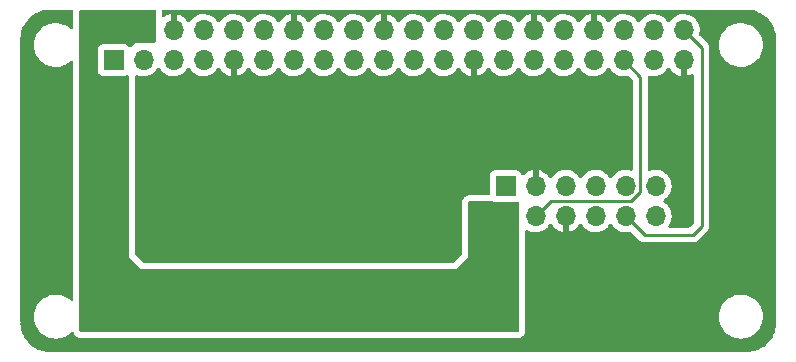
<source format=gbl>
G04 #@! TF.GenerationSoftware,KiCad,Pcbnew,(6.0.4)*
G04 #@! TF.CreationDate,2022-03-24T17:42:47+01:00*
G04 #@! TF.ProjectId,MT32pi-MiSTer,4d543332-7069-42d4-9d69-535465722e6b,rev?*
G04 #@! TF.SameCoordinates,Original*
G04 #@! TF.FileFunction,Copper,L2,Bot*
G04 #@! TF.FilePolarity,Positive*
%FSLAX46Y46*%
G04 Gerber Fmt 4.6, Leading zero omitted, Abs format (unit mm)*
G04 Created by KiCad (PCBNEW (6.0.4)) date 2022-03-24 17:42:47*
%MOMM*%
%LPD*%
G01*
G04 APERTURE LIST*
G04 #@! TA.AperFunction,ComponentPad*
%ADD10R,1.700000X1.700000*%
G04 #@! TD*
G04 #@! TA.AperFunction,ComponentPad*
%ADD11O,1.700000X1.700000*%
G04 #@! TD*
G04 #@! TA.AperFunction,ViaPad*
%ADD12C,0.800000*%
G04 #@! TD*
G04 #@! TA.AperFunction,Conductor*
%ADD13C,0.250000*%
G04 #@! TD*
G04 APERTURE END LIST*
D10*
X88400000Y-54790000D03*
D11*
X88400000Y-52250000D03*
X90940000Y-54790000D03*
X90940000Y-52250000D03*
X93480000Y-54790000D03*
X93480000Y-52250000D03*
X96020000Y-54790000D03*
X96020000Y-52250000D03*
X98560000Y-54790000D03*
X98560000Y-52250000D03*
X101100000Y-54790000D03*
X101100000Y-52250000D03*
X103640000Y-54790000D03*
X103640000Y-52250000D03*
X106180000Y-54790000D03*
X106180000Y-52250000D03*
X108720000Y-54790000D03*
X108720000Y-52250000D03*
X111260000Y-54790000D03*
X111260000Y-52250000D03*
X113800000Y-54790000D03*
X113800000Y-52250000D03*
X116340000Y-54790000D03*
X116340000Y-52250000D03*
X118880000Y-54790000D03*
X118880000Y-52250000D03*
X121420000Y-54790000D03*
X121420000Y-52250000D03*
X123960000Y-54790000D03*
X123960000Y-52250000D03*
X126500000Y-54790000D03*
X126500000Y-52250000D03*
X129040000Y-54790000D03*
X129040000Y-52250000D03*
X131580000Y-54790000D03*
X131580000Y-52250000D03*
X134120000Y-54790000D03*
X134120000Y-52250000D03*
X136660000Y-54790000D03*
X136660000Y-52250000D03*
D10*
X121580000Y-65450000D03*
D11*
X121580000Y-67990000D03*
X124120000Y-65450000D03*
X124120000Y-67990000D03*
X126660000Y-65450000D03*
X126660000Y-67990000D03*
X129200000Y-65450000D03*
X129200000Y-67990000D03*
X131740000Y-65450000D03*
X131740000Y-67990000D03*
X134280000Y-65450000D03*
X134280000Y-67990000D03*
D12*
X120100000Y-68450000D03*
X120100000Y-67550000D03*
X116000000Y-61700000D03*
X81000000Y-70000000D03*
X81000000Y-65000000D03*
X130000000Y-79000000D03*
X129200000Y-62900000D03*
X93900000Y-66700000D03*
X100000000Y-79000000D03*
X136900000Y-65100000D03*
X106000000Y-61700000D03*
X144000000Y-60000000D03*
X116000000Y-64100000D03*
X113900000Y-68600000D03*
X136900000Y-62100000D03*
X126200000Y-57000000D03*
X90000000Y-79000000D03*
X136200000Y-57000000D03*
X113900000Y-66700000D03*
X116200000Y-57000000D03*
X125000000Y-79000000D03*
X120000000Y-79000000D03*
X111200000Y-57000000D03*
X121200000Y-57000000D03*
X103900000Y-66700000D03*
X81000000Y-60000000D03*
X106000000Y-64100000D03*
X95000000Y-79000000D03*
X115000000Y-79000000D03*
X136900000Y-68100000D03*
X93900000Y-68600000D03*
X144000000Y-65000000D03*
X105000000Y-79000000D03*
X131200000Y-57000000D03*
X110000000Y-79000000D03*
X98600000Y-57000000D03*
X144000000Y-70000000D03*
X96000000Y-57000000D03*
X135000000Y-79000000D03*
X103900000Y-68600000D03*
X136900000Y-59100000D03*
X96000000Y-64100000D03*
X106200000Y-57000000D03*
D13*
X136660000Y-52250000D02*
X138176000Y-53766000D01*
X132207000Y-66675000D02*
X132969000Y-65913000D01*
X132969000Y-56179000D02*
X131580000Y-54790000D01*
X133346000Y-69596000D02*
X131740000Y-67990000D01*
X137414000Y-69596000D02*
X133346000Y-69596000D01*
X138176000Y-68834000D02*
X137414000Y-69596000D01*
X132969000Y-65913000D02*
X132969000Y-56179000D01*
X138176000Y-53766000D02*
X138176000Y-68834000D01*
X124120000Y-67990000D02*
X125435000Y-66675000D01*
X125435000Y-66675000D02*
X132207000Y-66675000D01*
G04 #@! TA.AperFunction,Conductor*
G36*
X84928621Y-50528502D02*
G01*
X84975114Y-50582158D01*
X84986500Y-50634500D01*
X84986500Y-52055120D01*
X84966498Y-52123241D01*
X84912842Y-52169734D01*
X84842568Y-52179838D01*
X84774488Y-52147195D01*
X84673535Y-52052890D01*
X84670191Y-52049766D01*
X84448584Y-51896032D01*
X84444501Y-51894001D01*
X84444498Y-51893999D01*
X84277063Y-51810702D01*
X84207106Y-51775899D01*
X84202772Y-51774478D01*
X84202769Y-51774477D01*
X83955147Y-51693302D01*
X83955141Y-51693301D01*
X83950814Y-51691882D01*
X83946322Y-51691102D01*
X83688860Y-51646399D01*
X83688852Y-51646398D01*
X83685079Y-51645743D01*
X83673817Y-51645182D01*
X83601422Y-51641578D01*
X83601414Y-51641578D01*
X83599851Y-51641500D01*
X83431488Y-51641500D01*
X83429220Y-51641665D01*
X83429208Y-51641665D01*
X83298116Y-51651177D01*
X83230996Y-51656047D01*
X83226541Y-51657031D01*
X83226538Y-51657031D01*
X82972088Y-51713209D01*
X82972084Y-51713210D01*
X82967628Y-51714194D01*
X82843014Y-51761406D01*
X82719682Y-51808132D01*
X82719679Y-51808133D01*
X82715412Y-51809750D01*
X82479632Y-51940714D01*
X82265227Y-52104343D01*
X82262034Y-52107609D01*
X82262032Y-52107611D01*
X82246753Y-52123241D01*
X82076688Y-52297208D01*
X81917966Y-52515270D01*
X81915844Y-52519304D01*
X81794510Y-52749921D01*
X81794507Y-52749927D01*
X81792385Y-52753961D01*
X81790865Y-52758266D01*
X81790863Y-52758270D01*
X81722422Y-52952077D01*
X81702575Y-53008280D01*
X81650419Y-53272900D01*
X81650192Y-53277453D01*
X81650192Y-53277456D01*
X81637561Y-53531195D01*
X81637009Y-53542277D01*
X81662625Y-53810769D01*
X81663710Y-53815203D01*
X81663711Y-53815209D01*
X81715880Y-54028405D01*
X81726731Y-54072750D01*
X81827985Y-54322733D01*
X81830294Y-54326676D01*
X81959525Y-54547386D01*
X81964265Y-54555482D01*
X81967118Y-54559049D01*
X82084686Y-54706060D01*
X82132716Y-54766119D01*
X82329809Y-54950234D01*
X82551416Y-55103968D01*
X82555499Y-55105999D01*
X82555502Y-55106001D01*
X82671013Y-55163466D01*
X82792894Y-55224101D01*
X82797228Y-55225522D01*
X82797231Y-55225523D01*
X83044853Y-55306698D01*
X83044859Y-55306699D01*
X83049186Y-55308118D01*
X83053677Y-55308898D01*
X83053678Y-55308898D01*
X83311140Y-55353601D01*
X83311148Y-55353602D01*
X83314921Y-55354257D01*
X83318758Y-55354448D01*
X83398578Y-55358422D01*
X83398586Y-55358422D01*
X83400149Y-55358500D01*
X83568512Y-55358500D01*
X83570780Y-55358335D01*
X83570792Y-55358335D01*
X83701884Y-55348823D01*
X83769004Y-55343953D01*
X83773459Y-55342969D01*
X83773462Y-55342969D01*
X84027912Y-55286791D01*
X84027916Y-55286790D01*
X84032372Y-55285806D01*
X84158480Y-55238028D01*
X84280318Y-55191868D01*
X84280321Y-55191867D01*
X84284588Y-55190250D01*
X84520368Y-55059286D01*
X84734773Y-54895657D01*
X84770401Y-54859211D01*
X84832323Y-54824483D01*
X84903191Y-54828745D01*
X84960506Y-54870644D01*
X84986069Y-54936879D01*
X84986500Y-54947292D01*
X84986500Y-75055120D01*
X84966498Y-75123241D01*
X84912842Y-75169734D01*
X84842568Y-75179838D01*
X84774488Y-75147195D01*
X84673535Y-75052890D01*
X84670191Y-75049766D01*
X84448584Y-74896032D01*
X84444501Y-74894001D01*
X84444498Y-74893999D01*
X84279606Y-74811967D01*
X84207106Y-74775899D01*
X84202772Y-74774478D01*
X84202769Y-74774477D01*
X83955147Y-74693302D01*
X83955141Y-74693301D01*
X83950814Y-74691882D01*
X83946322Y-74691102D01*
X83688860Y-74646399D01*
X83688852Y-74646398D01*
X83685079Y-74645743D01*
X83673817Y-74645182D01*
X83601422Y-74641578D01*
X83601414Y-74641578D01*
X83599851Y-74641500D01*
X83431488Y-74641500D01*
X83429220Y-74641665D01*
X83429208Y-74641665D01*
X83298116Y-74651177D01*
X83230996Y-74656047D01*
X83226541Y-74657031D01*
X83226538Y-74657031D01*
X82972088Y-74713209D01*
X82972084Y-74713210D01*
X82967628Y-74714194D01*
X82841520Y-74761972D01*
X82719682Y-74808132D01*
X82719679Y-74808133D01*
X82715412Y-74809750D01*
X82479632Y-74940714D01*
X82265227Y-75104343D01*
X82076688Y-75297208D01*
X81917966Y-75515270D01*
X81915844Y-75519304D01*
X81794510Y-75749921D01*
X81794507Y-75749927D01*
X81792385Y-75753961D01*
X81790865Y-75758266D01*
X81790863Y-75758270D01*
X81704098Y-76003967D01*
X81702575Y-76008280D01*
X81650419Y-76272900D01*
X81650192Y-76277453D01*
X81650192Y-76277456D01*
X81640991Y-76462292D01*
X81637009Y-76542277D01*
X81662625Y-76810769D01*
X81663710Y-76815203D01*
X81663711Y-76815209D01*
X81710811Y-77007690D01*
X81726731Y-77072750D01*
X81827985Y-77322733D01*
X81964265Y-77555482D01*
X81996872Y-77596255D01*
X82084686Y-77706060D01*
X82132716Y-77766119D01*
X82329809Y-77950234D01*
X82551416Y-78103968D01*
X82555499Y-78105999D01*
X82555502Y-78106001D01*
X82659740Y-78157858D01*
X82792894Y-78224101D01*
X82797228Y-78225522D01*
X82797231Y-78225523D01*
X83044853Y-78306698D01*
X83044859Y-78306699D01*
X83049186Y-78308118D01*
X83053677Y-78308898D01*
X83053678Y-78308898D01*
X83311140Y-78353601D01*
X83311148Y-78353602D01*
X83314921Y-78354257D01*
X83318758Y-78354448D01*
X83398578Y-78358422D01*
X83398586Y-78358422D01*
X83400149Y-78358500D01*
X83568512Y-78358500D01*
X83570780Y-78358335D01*
X83570792Y-78358335D01*
X83701884Y-78348823D01*
X83769004Y-78343953D01*
X83773459Y-78342969D01*
X83773462Y-78342969D01*
X84027912Y-78286791D01*
X84027916Y-78286790D01*
X84032372Y-78285806D01*
X84158480Y-78238028D01*
X84280318Y-78191868D01*
X84280321Y-78191867D01*
X84284588Y-78190250D01*
X84446453Y-78100342D01*
X84516375Y-78061504D01*
X84516376Y-78061503D01*
X84520368Y-78059286D01*
X84734773Y-77895657D01*
X84810338Y-77818358D01*
X84872261Y-77783629D01*
X84943129Y-77787891D01*
X85000444Y-77829790D01*
X85019989Y-77866646D01*
X85044290Y-77939657D01*
X85123308Y-78062612D01*
X85169801Y-78116268D01*
X85173194Y-78119208D01*
X85273450Y-78206081D01*
X85273453Y-78206083D01*
X85280261Y-78211982D01*
X85288459Y-78215726D01*
X85320062Y-78230159D01*
X85413210Y-78272698D01*
X85436964Y-78279673D01*
X85477008Y-78291431D01*
X85477012Y-78291432D01*
X85481331Y-78292700D01*
X85485780Y-78293340D01*
X85485786Y-78293341D01*
X85621553Y-78312861D01*
X85621558Y-78312861D01*
X85626000Y-78313500D01*
X122624000Y-78313500D01*
X122627346Y-78313140D01*
X122627351Y-78313140D01*
X122729785Y-78302128D01*
X122729792Y-78302127D01*
X122733149Y-78301766D01*
X122736450Y-78301048D01*
X122782210Y-78291094D01*
X122782215Y-78291093D01*
X122785491Y-78290380D01*
X122889657Y-78255710D01*
X123012612Y-78176692D01*
X123066268Y-78130199D01*
X123121888Y-78066010D01*
X123156081Y-78026550D01*
X123156083Y-78026547D01*
X123161982Y-78019739D01*
X123222698Y-77886790D01*
X123242700Y-77818669D01*
X123247126Y-77787891D01*
X123262861Y-77678447D01*
X123262861Y-77678442D01*
X123263500Y-77674000D01*
X123263500Y-76542277D01*
X139637009Y-76542277D01*
X139662625Y-76810769D01*
X139663710Y-76815203D01*
X139663711Y-76815209D01*
X139710811Y-77007690D01*
X139726731Y-77072750D01*
X139827985Y-77322733D01*
X139964265Y-77555482D01*
X139996872Y-77596255D01*
X140084686Y-77706060D01*
X140132716Y-77766119D01*
X140329809Y-77950234D01*
X140551416Y-78103968D01*
X140555499Y-78105999D01*
X140555502Y-78106001D01*
X140659740Y-78157858D01*
X140792894Y-78224101D01*
X140797228Y-78225522D01*
X140797231Y-78225523D01*
X141044853Y-78306698D01*
X141044859Y-78306699D01*
X141049186Y-78308118D01*
X141053677Y-78308898D01*
X141053678Y-78308898D01*
X141311140Y-78353601D01*
X141311148Y-78353602D01*
X141314921Y-78354257D01*
X141318758Y-78354448D01*
X141398578Y-78358422D01*
X141398586Y-78358422D01*
X141400149Y-78358500D01*
X141568512Y-78358500D01*
X141570780Y-78358335D01*
X141570792Y-78358335D01*
X141701884Y-78348823D01*
X141769004Y-78343953D01*
X141773459Y-78342969D01*
X141773462Y-78342969D01*
X142027912Y-78286791D01*
X142027916Y-78286790D01*
X142032372Y-78285806D01*
X142158480Y-78238028D01*
X142280318Y-78191868D01*
X142280321Y-78191867D01*
X142284588Y-78190250D01*
X142446453Y-78100342D01*
X142516375Y-78061504D01*
X142516376Y-78061503D01*
X142520368Y-78059286D01*
X142734773Y-77895657D01*
X142739860Y-77890454D01*
X142920117Y-77706060D01*
X142923312Y-77702792D01*
X143082034Y-77484730D01*
X143134521Y-77384969D01*
X143205490Y-77250079D01*
X143205493Y-77250073D01*
X143207615Y-77246039D01*
X143270378Y-77068312D01*
X143295902Y-76996033D01*
X143295902Y-76996032D01*
X143297425Y-76991720D01*
X143349581Y-76727100D01*
X143358782Y-76542277D01*
X143362764Y-76462292D01*
X143362764Y-76462286D01*
X143362991Y-76457723D01*
X143337375Y-76189231D01*
X143292042Y-76003967D01*
X143274355Y-75931688D01*
X143273269Y-75927250D01*
X143172015Y-75677267D01*
X143035735Y-75444518D01*
X142917928Y-75297208D01*
X142870136Y-75237447D01*
X142870135Y-75237445D01*
X142867284Y-75233881D01*
X142670191Y-75049766D01*
X142448584Y-74896032D01*
X142444501Y-74894001D01*
X142444498Y-74893999D01*
X142279606Y-74811967D01*
X142207106Y-74775899D01*
X142202772Y-74774478D01*
X142202769Y-74774477D01*
X141955147Y-74693302D01*
X141955141Y-74693301D01*
X141950814Y-74691882D01*
X141946322Y-74691102D01*
X141688860Y-74646399D01*
X141688852Y-74646398D01*
X141685079Y-74645743D01*
X141673817Y-74645182D01*
X141601422Y-74641578D01*
X141601414Y-74641578D01*
X141599851Y-74641500D01*
X141431488Y-74641500D01*
X141429220Y-74641665D01*
X141429208Y-74641665D01*
X141298116Y-74651177D01*
X141230996Y-74656047D01*
X141226541Y-74657031D01*
X141226538Y-74657031D01*
X140972088Y-74713209D01*
X140972084Y-74713210D01*
X140967628Y-74714194D01*
X140841520Y-74761972D01*
X140719682Y-74808132D01*
X140719679Y-74808133D01*
X140715412Y-74809750D01*
X140479632Y-74940714D01*
X140265227Y-75104343D01*
X140076688Y-75297208D01*
X139917966Y-75515270D01*
X139915844Y-75519304D01*
X139794510Y-75749921D01*
X139794507Y-75749927D01*
X139792385Y-75753961D01*
X139790865Y-75758266D01*
X139790863Y-75758270D01*
X139704098Y-76003967D01*
X139702575Y-76008280D01*
X139650419Y-76272900D01*
X139650192Y-76277453D01*
X139650192Y-76277456D01*
X139640991Y-76462292D01*
X139637009Y-76542277D01*
X123263500Y-76542277D01*
X123263500Y-69282588D01*
X123283502Y-69214467D01*
X123337158Y-69167974D01*
X123407432Y-69157870D01*
X123453070Y-69173800D01*
X123526538Y-69216731D01*
X123526542Y-69216733D01*
X123531000Y-69219338D01*
X123739692Y-69299030D01*
X123744760Y-69300061D01*
X123744763Y-69300062D01*
X123839862Y-69319410D01*
X123958597Y-69343567D01*
X123963772Y-69343757D01*
X123963774Y-69343757D01*
X124176673Y-69351564D01*
X124176677Y-69351564D01*
X124181837Y-69351753D01*
X124186957Y-69351097D01*
X124186959Y-69351097D01*
X124398288Y-69324025D01*
X124398289Y-69324025D01*
X124403416Y-69323368D01*
X124408366Y-69321883D01*
X124612429Y-69260661D01*
X124612434Y-69260659D01*
X124617384Y-69259174D01*
X124817994Y-69160896D01*
X124999860Y-69031173D01*
X125062777Y-68968476D01*
X125142689Y-68888842D01*
X125158096Y-68873489D01*
X125288453Y-68692077D01*
X125289640Y-68692930D01*
X125336960Y-68649362D01*
X125406897Y-68637145D01*
X125472338Y-68664678D01*
X125500166Y-68696511D01*
X125557694Y-68790388D01*
X125563777Y-68798699D01*
X125703213Y-68959667D01*
X125710580Y-68966883D01*
X125874434Y-69102916D01*
X125882881Y-69108831D01*
X126066756Y-69216279D01*
X126076042Y-69220729D01*
X126275001Y-69296703D01*
X126284899Y-69299579D01*
X126388250Y-69320606D01*
X126402299Y-69319410D01*
X126406000Y-69309065D01*
X126406000Y-67862000D01*
X126426002Y-67793879D01*
X126479658Y-67747386D01*
X126532000Y-67736000D01*
X126788000Y-67736000D01*
X126856121Y-67756002D01*
X126902614Y-67809658D01*
X126914000Y-67862000D01*
X126914000Y-69308517D01*
X126918064Y-69322359D01*
X126931478Y-69324393D01*
X126938184Y-69323534D01*
X126948262Y-69321392D01*
X127152255Y-69260191D01*
X127161842Y-69256433D01*
X127353095Y-69162739D01*
X127361945Y-69157464D01*
X127535328Y-69033792D01*
X127543200Y-69027139D01*
X127694052Y-68876812D01*
X127700730Y-68868965D01*
X127828022Y-68691819D01*
X127829279Y-68692722D01*
X127876373Y-68649362D01*
X127946311Y-68637145D01*
X128011751Y-68664678D01*
X128039579Y-68696511D01*
X128099987Y-68795088D01*
X128246250Y-68963938D01*
X128418126Y-69106632D01*
X128611000Y-69219338D01*
X128819692Y-69299030D01*
X128824760Y-69300061D01*
X128824763Y-69300062D01*
X128919862Y-69319410D01*
X129038597Y-69343567D01*
X129043772Y-69343757D01*
X129043774Y-69343757D01*
X129256673Y-69351564D01*
X129256677Y-69351564D01*
X129261837Y-69351753D01*
X129266957Y-69351097D01*
X129266959Y-69351097D01*
X129478288Y-69324025D01*
X129478289Y-69324025D01*
X129483416Y-69323368D01*
X129488366Y-69321883D01*
X129692429Y-69260661D01*
X129692434Y-69260659D01*
X129697384Y-69259174D01*
X129897994Y-69160896D01*
X130079860Y-69031173D01*
X130142777Y-68968476D01*
X130222689Y-68888842D01*
X130238096Y-68873489D01*
X130368453Y-68692077D01*
X130369776Y-68693028D01*
X130416645Y-68649857D01*
X130486580Y-68637625D01*
X130552026Y-68665144D01*
X130579875Y-68696994D01*
X130639987Y-68795088D01*
X130786250Y-68963938D01*
X130958126Y-69106632D01*
X131151000Y-69219338D01*
X131359692Y-69299030D01*
X131364760Y-69300061D01*
X131364763Y-69300062D01*
X131459862Y-69319410D01*
X131578597Y-69343567D01*
X131583772Y-69343757D01*
X131583774Y-69343757D01*
X131796673Y-69351564D01*
X131796677Y-69351564D01*
X131801837Y-69351753D01*
X131806957Y-69351097D01*
X131806959Y-69351097D01*
X132018288Y-69324025D01*
X132018289Y-69324025D01*
X132023416Y-69323368D01*
X132030003Y-69321392D01*
X132069827Y-69309444D01*
X132140823Y-69309028D01*
X132195131Y-69341035D01*
X132842353Y-69988258D01*
X132849887Y-69996537D01*
X132854000Y-70003018D01*
X132875096Y-70022828D01*
X132903651Y-70049643D01*
X132906493Y-70052398D01*
X132926230Y-70072135D01*
X132929427Y-70074615D01*
X132938447Y-70082318D01*
X132970679Y-70112586D01*
X132977625Y-70116405D01*
X132977628Y-70116407D01*
X132988434Y-70122348D01*
X133004953Y-70133199D01*
X133020959Y-70145614D01*
X133028228Y-70148759D01*
X133028232Y-70148762D01*
X133061537Y-70163174D01*
X133072187Y-70168391D01*
X133110940Y-70189695D01*
X133118615Y-70191666D01*
X133118616Y-70191666D01*
X133130562Y-70194733D01*
X133149267Y-70201137D01*
X133167855Y-70209181D01*
X133175678Y-70210420D01*
X133175688Y-70210423D01*
X133211524Y-70216099D01*
X133223144Y-70218505D01*
X133254959Y-70226673D01*
X133265970Y-70229500D01*
X133286224Y-70229500D01*
X133305934Y-70231051D01*
X133325943Y-70234220D01*
X133333835Y-70233474D01*
X133352580Y-70231702D01*
X133369962Y-70230059D01*
X133381819Y-70229500D01*
X137335233Y-70229500D01*
X137346416Y-70230027D01*
X137353909Y-70231702D01*
X137361835Y-70231453D01*
X137361836Y-70231453D01*
X137421986Y-70229562D01*
X137425945Y-70229500D01*
X137453856Y-70229500D01*
X137457791Y-70229003D01*
X137457856Y-70228995D01*
X137469693Y-70228062D01*
X137501951Y-70227048D01*
X137505970Y-70226922D01*
X137513889Y-70226673D01*
X137533343Y-70221021D01*
X137552700Y-70217013D01*
X137564930Y-70215468D01*
X137564931Y-70215468D01*
X137572797Y-70214474D01*
X137580168Y-70211555D01*
X137580170Y-70211555D01*
X137613912Y-70198196D01*
X137625142Y-70194351D01*
X137659983Y-70184229D01*
X137659984Y-70184229D01*
X137667593Y-70182018D01*
X137674412Y-70177985D01*
X137674417Y-70177983D01*
X137685028Y-70171707D01*
X137702776Y-70163012D01*
X137721617Y-70155552D01*
X137757387Y-70129564D01*
X137767307Y-70123048D01*
X137798535Y-70104580D01*
X137798538Y-70104578D01*
X137805362Y-70100542D01*
X137819683Y-70086221D01*
X137834717Y-70073380D01*
X137844693Y-70066132D01*
X137851107Y-70061472D01*
X137879288Y-70027407D01*
X137887278Y-70018626D01*
X138568258Y-69337647D01*
X138576537Y-69330113D01*
X138583018Y-69326000D01*
X138629644Y-69276348D01*
X138632398Y-69273507D01*
X138652135Y-69253770D01*
X138654615Y-69250573D01*
X138662320Y-69241551D01*
X138683179Y-69219338D01*
X138692586Y-69209321D01*
X138696405Y-69202375D01*
X138696407Y-69202372D01*
X138702348Y-69191566D01*
X138713199Y-69175047D01*
X138720758Y-69165301D01*
X138725614Y-69159041D01*
X138728759Y-69151772D01*
X138728762Y-69151768D01*
X138743174Y-69118463D01*
X138748391Y-69107813D01*
X138769695Y-69069060D01*
X138774733Y-69049437D01*
X138781137Y-69030734D01*
X138786033Y-69019420D01*
X138786033Y-69019419D01*
X138789181Y-69012145D01*
X138790420Y-69004322D01*
X138790423Y-69004312D01*
X138796099Y-68968476D01*
X138798505Y-68956856D01*
X138807528Y-68921711D01*
X138807528Y-68921710D01*
X138809500Y-68914030D01*
X138809500Y-68893776D01*
X138811051Y-68874065D01*
X138812980Y-68861886D01*
X138814220Y-68854057D01*
X138810059Y-68810038D01*
X138809500Y-68798181D01*
X138809500Y-53844768D01*
X138810027Y-53833585D01*
X138811702Y-53826092D01*
X138811221Y-53810769D01*
X138809562Y-53758002D01*
X138809500Y-53754044D01*
X138809500Y-53726144D01*
X138808996Y-53722153D01*
X138808063Y-53710311D01*
X138807007Y-53676692D01*
X138806674Y-53666111D01*
X138804462Y-53658497D01*
X138804461Y-53658492D01*
X138801023Y-53646659D01*
X138797012Y-53627295D01*
X138795467Y-53615064D01*
X138794474Y-53607203D01*
X138791557Y-53599836D01*
X138791556Y-53599831D01*
X138778198Y-53566092D01*
X138774354Y-53554865D01*
X138771964Y-53546638D01*
X138770697Y-53542277D01*
X139637009Y-53542277D01*
X139662625Y-53810769D01*
X139663710Y-53815203D01*
X139663711Y-53815209D01*
X139715880Y-54028405D01*
X139726731Y-54072750D01*
X139827985Y-54322733D01*
X139830294Y-54326676D01*
X139959525Y-54547386D01*
X139964265Y-54555482D01*
X139967118Y-54559049D01*
X140084686Y-54706060D01*
X140132716Y-54766119D01*
X140329809Y-54950234D01*
X140551416Y-55103968D01*
X140555499Y-55105999D01*
X140555502Y-55106001D01*
X140671013Y-55163466D01*
X140792894Y-55224101D01*
X140797228Y-55225522D01*
X140797231Y-55225523D01*
X141044853Y-55306698D01*
X141044859Y-55306699D01*
X141049186Y-55308118D01*
X141053677Y-55308898D01*
X141053678Y-55308898D01*
X141311140Y-55353601D01*
X141311148Y-55353602D01*
X141314921Y-55354257D01*
X141318758Y-55354448D01*
X141398578Y-55358422D01*
X141398586Y-55358422D01*
X141400149Y-55358500D01*
X141568512Y-55358500D01*
X141570780Y-55358335D01*
X141570792Y-55358335D01*
X141701884Y-55348823D01*
X141769004Y-55343953D01*
X141773459Y-55342969D01*
X141773462Y-55342969D01*
X142027912Y-55286791D01*
X142027916Y-55286790D01*
X142032372Y-55285806D01*
X142158480Y-55238028D01*
X142280318Y-55191868D01*
X142280321Y-55191867D01*
X142284588Y-55190250D01*
X142520368Y-55059286D01*
X142734773Y-54895657D01*
X142923312Y-54702792D01*
X143082034Y-54484730D01*
X143165190Y-54326676D01*
X143205490Y-54250079D01*
X143205493Y-54250073D01*
X143207615Y-54246039D01*
X143243918Y-54143240D01*
X143295902Y-53996033D01*
X143295902Y-53996032D01*
X143297425Y-53991720D01*
X143328128Y-53835943D01*
X143348700Y-53731572D01*
X143348701Y-53731566D01*
X143349581Y-53727100D01*
X143349808Y-53722544D01*
X143362764Y-53462292D01*
X143362764Y-53462286D01*
X143362991Y-53457723D01*
X143337375Y-53189231D01*
X143324549Y-53136812D01*
X143274355Y-52931688D01*
X143273269Y-52927250D01*
X143172015Y-52677267D01*
X143063896Y-52492614D01*
X143038045Y-52448463D01*
X143038044Y-52448462D01*
X143035735Y-52444518D01*
X142917928Y-52297208D01*
X142870136Y-52237447D01*
X142870135Y-52237445D01*
X142867284Y-52233881D01*
X142670191Y-52049766D01*
X142448584Y-51896032D01*
X142444501Y-51894001D01*
X142444498Y-51893999D01*
X142277063Y-51810702D01*
X142207106Y-51775899D01*
X142202772Y-51774478D01*
X142202769Y-51774477D01*
X141955147Y-51693302D01*
X141955141Y-51693301D01*
X141950814Y-51691882D01*
X141946322Y-51691102D01*
X141688860Y-51646399D01*
X141688852Y-51646398D01*
X141685079Y-51645743D01*
X141673817Y-51645182D01*
X141601422Y-51641578D01*
X141601414Y-51641578D01*
X141599851Y-51641500D01*
X141431488Y-51641500D01*
X141429220Y-51641665D01*
X141429208Y-51641665D01*
X141298116Y-51651177D01*
X141230996Y-51656047D01*
X141226541Y-51657031D01*
X141226538Y-51657031D01*
X140972088Y-51713209D01*
X140972084Y-51713210D01*
X140967628Y-51714194D01*
X140843014Y-51761406D01*
X140719682Y-51808132D01*
X140719679Y-51808133D01*
X140715412Y-51809750D01*
X140479632Y-51940714D01*
X140265227Y-52104343D01*
X140262034Y-52107609D01*
X140262032Y-52107611D01*
X140246753Y-52123241D01*
X140076688Y-52297208D01*
X139917966Y-52515270D01*
X139915844Y-52519304D01*
X139794510Y-52749921D01*
X139794507Y-52749927D01*
X139792385Y-52753961D01*
X139790865Y-52758266D01*
X139790863Y-52758270D01*
X139722422Y-52952077D01*
X139702575Y-53008280D01*
X139650419Y-53272900D01*
X139650192Y-53277453D01*
X139650192Y-53277456D01*
X139637561Y-53531195D01*
X139637009Y-53542277D01*
X138770697Y-53542277D01*
X138762018Y-53512407D01*
X138751707Y-53494972D01*
X138743012Y-53477224D01*
X138735552Y-53458383D01*
X138726439Y-53445839D01*
X138709564Y-53422613D01*
X138703048Y-53412693D01*
X138684580Y-53381465D01*
X138684578Y-53381462D01*
X138680542Y-53374638D01*
X138666221Y-53360317D01*
X138653380Y-53345283D01*
X138646131Y-53335306D01*
X138641472Y-53328893D01*
X138635368Y-53323843D01*
X138635363Y-53323838D01*
X138607402Y-53300707D01*
X138598621Y-53292717D01*
X138011217Y-52705312D01*
X137977192Y-52643000D01*
X137979755Y-52579590D01*
X137992370Y-52538069D01*
X138021529Y-52316590D01*
X138021611Y-52313240D01*
X138023074Y-52253365D01*
X138023074Y-52253361D01*
X138023156Y-52250000D01*
X138004852Y-52027361D01*
X137950431Y-51810702D01*
X137861354Y-51605840D01*
X137740014Y-51418277D01*
X137589670Y-51253051D01*
X137585619Y-51249852D01*
X137585615Y-51249848D01*
X137418414Y-51117800D01*
X137418410Y-51117798D01*
X137414359Y-51114598D01*
X137378028Y-51094542D01*
X137294497Y-51048431D01*
X137218789Y-51006638D01*
X137213920Y-51004914D01*
X137213916Y-51004912D01*
X137013087Y-50933795D01*
X137013083Y-50933794D01*
X137008212Y-50932069D01*
X137003119Y-50931162D01*
X137003116Y-50931161D01*
X136793373Y-50893800D01*
X136793367Y-50893799D01*
X136788284Y-50892894D01*
X136714452Y-50891992D01*
X136570081Y-50890228D01*
X136570079Y-50890228D01*
X136564911Y-50890165D01*
X136344091Y-50923955D01*
X136131756Y-50993357D01*
X135933607Y-51096507D01*
X135929474Y-51099610D01*
X135929471Y-51099612D01*
X135759100Y-51227530D01*
X135754965Y-51230635D01*
X135751393Y-51234373D01*
X135648122Y-51342440D01*
X135600629Y-51392138D01*
X135493201Y-51549621D01*
X135438293Y-51594621D01*
X135367768Y-51602792D01*
X135304021Y-51571538D01*
X135283324Y-51547054D01*
X135202822Y-51422617D01*
X135202820Y-51422614D01*
X135200014Y-51418277D01*
X135049670Y-51253051D01*
X135045619Y-51249852D01*
X135045615Y-51249848D01*
X134878414Y-51117800D01*
X134878410Y-51117798D01*
X134874359Y-51114598D01*
X134838028Y-51094542D01*
X134754497Y-51048431D01*
X134678789Y-51006638D01*
X134673920Y-51004914D01*
X134673916Y-51004912D01*
X134473087Y-50933795D01*
X134473083Y-50933794D01*
X134468212Y-50932069D01*
X134463119Y-50931162D01*
X134463116Y-50931161D01*
X134253373Y-50893800D01*
X134253367Y-50893799D01*
X134248284Y-50892894D01*
X134174452Y-50891992D01*
X134030081Y-50890228D01*
X134030079Y-50890228D01*
X134024911Y-50890165D01*
X133804091Y-50923955D01*
X133591756Y-50993357D01*
X133393607Y-51096507D01*
X133389474Y-51099610D01*
X133389471Y-51099612D01*
X133219100Y-51227530D01*
X133214965Y-51230635D01*
X133211393Y-51234373D01*
X133108122Y-51342440D01*
X133060629Y-51392138D01*
X132953201Y-51549621D01*
X132898293Y-51594621D01*
X132827768Y-51602792D01*
X132764021Y-51571538D01*
X132743324Y-51547054D01*
X132662822Y-51422617D01*
X132662820Y-51422614D01*
X132660014Y-51418277D01*
X132509670Y-51253051D01*
X132505619Y-51249852D01*
X132505615Y-51249848D01*
X132338414Y-51117800D01*
X132338410Y-51117798D01*
X132334359Y-51114598D01*
X132298028Y-51094542D01*
X132214497Y-51048431D01*
X132138789Y-51006638D01*
X132133920Y-51004914D01*
X132133916Y-51004912D01*
X131933087Y-50933795D01*
X131933083Y-50933794D01*
X131928212Y-50932069D01*
X131923119Y-50931162D01*
X131923116Y-50931161D01*
X131713373Y-50893800D01*
X131713367Y-50893799D01*
X131708284Y-50892894D01*
X131634452Y-50891992D01*
X131490081Y-50890228D01*
X131490079Y-50890228D01*
X131484911Y-50890165D01*
X131264091Y-50923955D01*
X131051756Y-50993357D01*
X130853607Y-51096507D01*
X130849474Y-51099610D01*
X130849471Y-51099612D01*
X130679100Y-51227530D01*
X130674965Y-51230635D01*
X130671393Y-51234373D01*
X130568122Y-51342440D01*
X130520629Y-51392138D01*
X130413204Y-51549618D01*
X130412898Y-51550066D01*
X130357987Y-51595069D01*
X130287462Y-51603240D01*
X130223715Y-51571986D01*
X130203018Y-51547502D01*
X130122426Y-51422926D01*
X130116136Y-51414757D01*
X129972806Y-51257240D01*
X129965273Y-51250215D01*
X129798139Y-51118222D01*
X129789552Y-51112517D01*
X129603117Y-51009599D01*
X129593705Y-51005369D01*
X129392959Y-50934280D01*
X129382988Y-50931646D01*
X129311837Y-50918972D01*
X129298540Y-50920432D01*
X129294000Y-50934989D01*
X129294000Y-52378000D01*
X129273998Y-52446121D01*
X129220342Y-52492614D01*
X129168000Y-52504000D01*
X128912000Y-52504000D01*
X128843879Y-52483998D01*
X128797386Y-52430342D01*
X128786000Y-52378000D01*
X128786000Y-50933102D01*
X128782082Y-50919758D01*
X128767806Y-50917771D01*
X128729324Y-50923660D01*
X128719288Y-50926051D01*
X128516868Y-50992212D01*
X128507359Y-50996209D01*
X128318463Y-51094542D01*
X128309738Y-51100036D01*
X128139433Y-51227905D01*
X128131726Y-51234748D01*
X127984590Y-51388717D01*
X127978109Y-51396722D01*
X127873498Y-51550074D01*
X127818587Y-51595076D01*
X127748062Y-51603247D01*
X127684315Y-51571993D01*
X127663618Y-51547509D01*
X127582822Y-51422617D01*
X127582820Y-51422614D01*
X127580014Y-51418277D01*
X127429670Y-51253051D01*
X127425619Y-51249852D01*
X127425615Y-51249848D01*
X127258414Y-51117800D01*
X127258410Y-51117798D01*
X127254359Y-51114598D01*
X127218028Y-51094542D01*
X127134497Y-51048431D01*
X127058789Y-51006638D01*
X127053920Y-51004914D01*
X127053916Y-51004912D01*
X126853087Y-50933795D01*
X126853083Y-50933794D01*
X126848212Y-50932069D01*
X126843119Y-50931162D01*
X126843116Y-50931161D01*
X126633373Y-50893800D01*
X126633367Y-50893799D01*
X126628284Y-50892894D01*
X126554452Y-50891992D01*
X126410081Y-50890228D01*
X126410079Y-50890228D01*
X126404911Y-50890165D01*
X126184091Y-50923955D01*
X125971756Y-50993357D01*
X125773607Y-51096507D01*
X125769474Y-51099610D01*
X125769471Y-51099612D01*
X125599100Y-51227530D01*
X125594965Y-51230635D01*
X125591393Y-51234373D01*
X125488122Y-51342440D01*
X125440629Y-51392138D01*
X125333204Y-51549618D01*
X125332898Y-51550066D01*
X125277987Y-51595069D01*
X125207462Y-51603240D01*
X125143715Y-51571986D01*
X125123018Y-51547502D01*
X125042426Y-51422926D01*
X125036136Y-51414757D01*
X124892806Y-51257240D01*
X124885273Y-51250215D01*
X124718139Y-51118222D01*
X124709552Y-51112517D01*
X124523117Y-51009599D01*
X124513705Y-51005369D01*
X124312959Y-50934280D01*
X124302988Y-50931646D01*
X124231837Y-50918972D01*
X124218540Y-50920432D01*
X124214000Y-50934989D01*
X124214000Y-52378000D01*
X124193998Y-52446121D01*
X124140342Y-52492614D01*
X124088000Y-52504000D01*
X123832000Y-52504000D01*
X123763879Y-52483998D01*
X123717386Y-52430342D01*
X123706000Y-52378000D01*
X123706000Y-50933102D01*
X123702082Y-50919758D01*
X123687806Y-50917771D01*
X123649324Y-50923660D01*
X123639288Y-50926051D01*
X123436868Y-50992212D01*
X123427359Y-50996209D01*
X123238463Y-51094542D01*
X123229738Y-51100036D01*
X123059433Y-51227905D01*
X123051726Y-51234748D01*
X122904590Y-51388717D01*
X122898109Y-51396722D01*
X122793498Y-51550074D01*
X122738587Y-51595076D01*
X122668062Y-51603247D01*
X122604315Y-51571993D01*
X122583618Y-51547509D01*
X122502822Y-51422617D01*
X122502820Y-51422614D01*
X122500014Y-51418277D01*
X122349670Y-51253051D01*
X122345619Y-51249852D01*
X122345615Y-51249848D01*
X122178414Y-51117800D01*
X122178410Y-51117798D01*
X122174359Y-51114598D01*
X122138028Y-51094542D01*
X122054497Y-51048431D01*
X121978789Y-51006638D01*
X121973920Y-51004914D01*
X121973916Y-51004912D01*
X121773087Y-50933795D01*
X121773083Y-50933794D01*
X121768212Y-50932069D01*
X121763119Y-50931162D01*
X121763116Y-50931161D01*
X121553373Y-50893800D01*
X121553367Y-50893799D01*
X121548284Y-50892894D01*
X121474452Y-50891992D01*
X121330081Y-50890228D01*
X121330079Y-50890228D01*
X121324911Y-50890165D01*
X121104091Y-50923955D01*
X120891756Y-50993357D01*
X120693607Y-51096507D01*
X120689474Y-51099610D01*
X120689471Y-51099612D01*
X120519100Y-51227530D01*
X120514965Y-51230635D01*
X120511393Y-51234373D01*
X120408122Y-51342440D01*
X120360629Y-51392138D01*
X120253201Y-51549621D01*
X120198293Y-51594621D01*
X120127768Y-51602792D01*
X120064021Y-51571538D01*
X120043324Y-51547054D01*
X119962822Y-51422617D01*
X119962820Y-51422614D01*
X119960014Y-51418277D01*
X119809670Y-51253051D01*
X119805619Y-51249852D01*
X119805615Y-51249848D01*
X119638414Y-51117800D01*
X119638410Y-51117798D01*
X119634359Y-51114598D01*
X119598028Y-51094542D01*
X119514497Y-51048431D01*
X119438789Y-51006638D01*
X119433920Y-51004914D01*
X119433916Y-51004912D01*
X119233087Y-50933795D01*
X119233083Y-50933794D01*
X119228212Y-50932069D01*
X119223119Y-50931162D01*
X119223116Y-50931161D01*
X119013373Y-50893800D01*
X119013367Y-50893799D01*
X119008284Y-50892894D01*
X118934452Y-50891992D01*
X118790081Y-50890228D01*
X118790079Y-50890228D01*
X118784911Y-50890165D01*
X118564091Y-50923955D01*
X118351756Y-50993357D01*
X118153607Y-51096507D01*
X118149474Y-51099610D01*
X118149471Y-51099612D01*
X117979100Y-51227530D01*
X117974965Y-51230635D01*
X117971393Y-51234373D01*
X117868122Y-51342440D01*
X117820629Y-51392138D01*
X117713201Y-51549621D01*
X117658293Y-51594621D01*
X117587768Y-51602792D01*
X117524021Y-51571538D01*
X117503324Y-51547054D01*
X117422822Y-51422617D01*
X117422820Y-51422614D01*
X117420014Y-51418277D01*
X117269670Y-51253051D01*
X117265619Y-51249852D01*
X117265615Y-51249848D01*
X117098414Y-51117800D01*
X117098410Y-51117798D01*
X117094359Y-51114598D01*
X117058028Y-51094542D01*
X116974497Y-51048431D01*
X116898789Y-51006638D01*
X116893920Y-51004914D01*
X116893916Y-51004912D01*
X116693087Y-50933795D01*
X116693083Y-50933794D01*
X116688212Y-50932069D01*
X116683119Y-50931162D01*
X116683116Y-50931161D01*
X116473373Y-50893800D01*
X116473367Y-50893799D01*
X116468284Y-50892894D01*
X116394452Y-50891992D01*
X116250081Y-50890228D01*
X116250079Y-50890228D01*
X116244911Y-50890165D01*
X116024091Y-50923955D01*
X115811756Y-50993357D01*
X115613607Y-51096507D01*
X115609474Y-51099610D01*
X115609471Y-51099612D01*
X115439100Y-51227530D01*
X115434965Y-51230635D01*
X115431393Y-51234373D01*
X115328122Y-51342440D01*
X115280629Y-51392138D01*
X115173201Y-51549621D01*
X115118293Y-51594621D01*
X115047768Y-51602792D01*
X114984021Y-51571538D01*
X114963324Y-51547054D01*
X114882822Y-51422617D01*
X114882820Y-51422614D01*
X114880014Y-51418277D01*
X114729670Y-51253051D01*
X114725619Y-51249852D01*
X114725615Y-51249848D01*
X114558414Y-51117800D01*
X114558410Y-51117798D01*
X114554359Y-51114598D01*
X114518028Y-51094542D01*
X114434497Y-51048431D01*
X114358789Y-51006638D01*
X114353920Y-51004914D01*
X114353916Y-51004912D01*
X114153087Y-50933795D01*
X114153083Y-50933794D01*
X114148212Y-50932069D01*
X114143119Y-50931162D01*
X114143116Y-50931161D01*
X113933373Y-50893800D01*
X113933367Y-50893799D01*
X113928284Y-50892894D01*
X113854452Y-50891992D01*
X113710081Y-50890228D01*
X113710079Y-50890228D01*
X113704911Y-50890165D01*
X113484091Y-50923955D01*
X113271756Y-50993357D01*
X113073607Y-51096507D01*
X113069474Y-51099610D01*
X113069471Y-51099612D01*
X112899100Y-51227530D01*
X112894965Y-51230635D01*
X112891393Y-51234373D01*
X112788122Y-51342440D01*
X112740629Y-51392138D01*
X112633204Y-51549618D01*
X112632898Y-51550066D01*
X112577987Y-51595069D01*
X112507462Y-51603240D01*
X112443715Y-51571986D01*
X112423018Y-51547502D01*
X112342426Y-51422926D01*
X112336136Y-51414757D01*
X112192806Y-51257240D01*
X112185273Y-51250215D01*
X112018139Y-51118222D01*
X112009552Y-51112517D01*
X111823117Y-51009599D01*
X111813705Y-51005369D01*
X111612959Y-50934280D01*
X111602988Y-50931646D01*
X111531837Y-50918972D01*
X111518540Y-50920432D01*
X111514000Y-50934989D01*
X111514000Y-52378000D01*
X111493998Y-52446121D01*
X111440342Y-52492614D01*
X111388000Y-52504000D01*
X111132000Y-52504000D01*
X111063879Y-52483998D01*
X111017386Y-52430342D01*
X111006000Y-52378000D01*
X111006000Y-50933102D01*
X111002082Y-50919758D01*
X110987806Y-50917771D01*
X110949324Y-50923660D01*
X110939288Y-50926051D01*
X110736868Y-50992212D01*
X110727359Y-50996209D01*
X110538463Y-51094542D01*
X110529738Y-51100036D01*
X110359433Y-51227905D01*
X110351726Y-51234748D01*
X110204590Y-51388717D01*
X110198109Y-51396722D01*
X110093498Y-51550074D01*
X110038587Y-51595076D01*
X109968062Y-51603247D01*
X109904315Y-51571993D01*
X109883618Y-51547509D01*
X109802822Y-51422617D01*
X109802820Y-51422614D01*
X109800014Y-51418277D01*
X109649670Y-51253051D01*
X109645619Y-51249852D01*
X109645615Y-51249848D01*
X109478414Y-51117800D01*
X109478410Y-51117798D01*
X109474359Y-51114598D01*
X109438028Y-51094542D01*
X109354497Y-51048431D01*
X109278789Y-51006638D01*
X109273920Y-51004914D01*
X109273916Y-51004912D01*
X109073087Y-50933795D01*
X109073083Y-50933794D01*
X109068212Y-50932069D01*
X109063119Y-50931162D01*
X109063116Y-50931161D01*
X108853373Y-50893800D01*
X108853367Y-50893799D01*
X108848284Y-50892894D01*
X108774452Y-50891992D01*
X108630081Y-50890228D01*
X108630079Y-50890228D01*
X108624911Y-50890165D01*
X108404091Y-50923955D01*
X108191756Y-50993357D01*
X107993607Y-51096507D01*
X107989474Y-51099610D01*
X107989471Y-51099612D01*
X107819100Y-51227530D01*
X107814965Y-51230635D01*
X107811393Y-51234373D01*
X107708122Y-51342440D01*
X107660629Y-51392138D01*
X107553201Y-51549621D01*
X107498293Y-51594621D01*
X107427768Y-51602792D01*
X107364021Y-51571538D01*
X107343324Y-51547054D01*
X107262822Y-51422617D01*
X107262820Y-51422614D01*
X107260014Y-51418277D01*
X107109670Y-51253051D01*
X107105619Y-51249852D01*
X107105615Y-51249848D01*
X106938414Y-51117800D01*
X106938410Y-51117798D01*
X106934359Y-51114598D01*
X106898028Y-51094542D01*
X106814497Y-51048431D01*
X106738789Y-51006638D01*
X106733920Y-51004914D01*
X106733916Y-51004912D01*
X106533087Y-50933795D01*
X106533083Y-50933794D01*
X106528212Y-50932069D01*
X106523119Y-50931162D01*
X106523116Y-50931161D01*
X106313373Y-50893800D01*
X106313367Y-50893799D01*
X106308284Y-50892894D01*
X106234452Y-50891992D01*
X106090081Y-50890228D01*
X106090079Y-50890228D01*
X106084911Y-50890165D01*
X105864091Y-50923955D01*
X105651756Y-50993357D01*
X105453607Y-51096507D01*
X105449474Y-51099610D01*
X105449471Y-51099612D01*
X105279100Y-51227530D01*
X105274965Y-51230635D01*
X105271393Y-51234373D01*
X105168122Y-51342440D01*
X105120629Y-51392138D01*
X105013204Y-51549618D01*
X105012898Y-51550066D01*
X104957987Y-51595069D01*
X104887462Y-51603240D01*
X104823715Y-51571986D01*
X104803018Y-51547502D01*
X104722426Y-51422926D01*
X104716136Y-51414757D01*
X104572806Y-51257240D01*
X104565273Y-51250215D01*
X104398139Y-51118222D01*
X104389552Y-51112517D01*
X104203117Y-51009599D01*
X104193705Y-51005369D01*
X103992959Y-50934280D01*
X103982988Y-50931646D01*
X103911837Y-50918972D01*
X103898540Y-50920432D01*
X103894000Y-50934989D01*
X103894000Y-52378000D01*
X103873998Y-52446121D01*
X103820342Y-52492614D01*
X103768000Y-52504000D01*
X103512000Y-52504000D01*
X103443879Y-52483998D01*
X103397386Y-52430342D01*
X103386000Y-52378000D01*
X103386000Y-50933102D01*
X103382082Y-50919758D01*
X103367806Y-50917771D01*
X103329324Y-50923660D01*
X103319288Y-50926051D01*
X103116868Y-50992212D01*
X103107359Y-50996209D01*
X102918463Y-51094542D01*
X102909738Y-51100036D01*
X102739433Y-51227905D01*
X102731726Y-51234748D01*
X102584590Y-51388717D01*
X102578109Y-51396722D01*
X102473498Y-51550074D01*
X102418587Y-51595076D01*
X102348062Y-51603247D01*
X102284315Y-51571993D01*
X102263618Y-51547509D01*
X102182822Y-51422617D01*
X102182820Y-51422614D01*
X102180014Y-51418277D01*
X102029670Y-51253051D01*
X102025619Y-51249852D01*
X102025615Y-51249848D01*
X101858414Y-51117800D01*
X101858410Y-51117798D01*
X101854359Y-51114598D01*
X101818028Y-51094542D01*
X101734497Y-51048431D01*
X101658789Y-51006638D01*
X101653920Y-51004914D01*
X101653916Y-51004912D01*
X101453087Y-50933795D01*
X101453083Y-50933794D01*
X101448212Y-50932069D01*
X101443119Y-50931162D01*
X101443116Y-50931161D01*
X101233373Y-50893800D01*
X101233367Y-50893799D01*
X101228284Y-50892894D01*
X101154452Y-50891992D01*
X101010081Y-50890228D01*
X101010079Y-50890228D01*
X101004911Y-50890165D01*
X100784091Y-50923955D01*
X100571756Y-50993357D01*
X100373607Y-51096507D01*
X100369474Y-51099610D01*
X100369471Y-51099612D01*
X100199100Y-51227530D01*
X100194965Y-51230635D01*
X100191393Y-51234373D01*
X100088122Y-51342440D01*
X100040629Y-51392138D01*
X99933201Y-51549621D01*
X99878293Y-51594621D01*
X99807768Y-51602792D01*
X99744021Y-51571538D01*
X99723324Y-51547054D01*
X99642822Y-51422617D01*
X99642820Y-51422614D01*
X99640014Y-51418277D01*
X99489670Y-51253051D01*
X99485619Y-51249852D01*
X99485615Y-51249848D01*
X99318414Y-51117800D01*
X99318410Y-51117798D01*
X99314359Y-51114598D01*
X99278028Y-51094542D01*
X99194497Y-51048431D01*
X99118789Y-51006638D01*
X99113920Y-51004914D01*
X99113916Y-51004912D01*
X98913087Y-50933795D01*
X98913083Y-50933794D01*
X98908212Y-50932069D01*
X98903119Y-50931162D01*
X98903116Y-50931161D01*
X98693373Y-50893800D01*
X98693367Y-50893799D01*
X98688284Y-50892894D01*
X98614452Y-50891992D01*
X98470081Y-50890228D01*
X98470079Y-50890228D01*
X98464911Y-50890165D01*
X98244091Y-50923955D01*
X98031756Y-50993357D01*
X97833607Y-51096507D01*
X97829474Y-51099610D01*
X97829471Y-51099612D01*
X97659100Y-51227530D01*
X97654965Y-51230635D01*
X97651393Y-51234373D01*
X97548122Y-51342440D01*
X97500629Y-51392138D01*
X97393201Y-51549621D01*
X97338293Y-51594621D01*
X97267768Y-51602792D01*
X97204021Y-51571538D01*
X97183324Y-51547054D01*
X97102822Y-51422617D01*
X97102820Y-51422614D01*
X97100014Y-51418277D01*
X96949670Y-51253051D01*
X96945619Y-51249852D01*
X96945615Y-51249848D01*
X96778414Y-51117800D01*
X96778410Y-51117798D01*
X96774359Y-51114598D01*
X96738028Y-51094542D01*
X96654497Y-51048431D01*
X96578789Y-51006638D01*
X96573920Y-51004914D01*
X96573916Y-51004912D01*
X96373087Y-50933795D01*
X96373083Y-50933794D01*
X96368212Y-50932069D01*
X96363119Y-50931162D01*
X96363116Y-50931161D01*
X96153373Y-50893800D01*
X96153367Y-50893799D01*
X96148284Y-50892894D01*
X96074452Y-50891992D01*
X95930081Y-50890228D01*
X95930079Y-50890228D01*
X95924911Y-50890165D01*
X95704091Y-50923955D01*
X95491756Y-50993357D01*
X95293607Y-51096507D01*
X95289474Y-51099610D01*
X95289471Y-51099612D01*
X95119100Y-51227530D01*
X95114965Y-51230635D01*
X95111393Y-51234373D01*
X95008122Y-51342440D01*
X94960629Y-51392138D01*
X94853204Y-51549618D01*
X94852898Y-51550066D01*
X94797987Y-51595069D01*
X94727462Y-51603240D01*
X94663715Y-51571986D01*
X94643018Y-51547502D01*
X94562426Y-51422926D01*
X94556136Y-51414757D01*
X94412806Y-51257240D01*
X94405273Y-51250215D01*
X94238139Y-51118222D01*
X94229552Y-51112517D01*
X94043117Y-51009599D01*
X94033705Y-51005369D01*
X93832959Y-50934280D01*
X93822988Y-50931646D01*
X93751837Y-50918972D01*
X93738540Y-50920432D01*
X93734000Y-50934989D01*
X93734000Y-52378000D01*
X93713998Y-52446121D01*
X93660342Y-52492614D01*
X93608000Y-52504000D01*
X93352000Y-52504000D01*
X93283879Y-52483998D01*
X93237386Y-52430342D01*
X93226000Y-52378000D01*
X93226000Y-50933102D01*
X93222082Y-50919758D01*
X93207806Y-50917771D01*
X93169324Y-50923660D01*
X93159288Y-50926051D01*
X92956868Y-50992212D01*
X92947359Y-50996209D01*
X92758463Y-51094542D01*
X92749745Y-51100032D01*
X92715154Y-51126004D01*
X92648669Y-51150910D01*
X92579273Y-51135918D01*
X92528999Y-51085788D01*
X92513500Y-51025244D01*
X92513500Y-50634500D01*
X92533502Y-50566379D01*
X92587158Y-50519886D01*
X92639500Y-50508500D01*
X141950633Y-50508500D01*
X141970018Y-50510000D01*
X141984851Y-50512310D01*
X141984855Y-50512310D01*
X141993724Y-50513691D01*
X142010923Y-50511442D01*
X142034863Y-50510609D01*
X142292710Y-50526206D01*
X142307814Y-50528040D01*
X142379786Y-50541229D01*
X142588760Y-50579525D01*
X142603526Y-50583164D01*
X142876231Y-50668142D01*
X142890445Y-50673534D01*
X143108223Y-50771547D01*
X143150906Y-50790757D01*
X143164379Y-50797828D01*
X143408813Y-50945595D01*
X143421334Y-50954238D01*
X143646171Y-51130385D01*
X143657560Y-51140475D01*
X143859525Y-51342440D01*
X143869615Y-51353829D01*
X144045762Y-51578666D01*
X144054405Y-51591187D01*
X144128171Y-51713209D01*
X144187873Y-51811967D01*
X144202172Y-51835621D01*
X144209242Y-51849092D01*
X144326466Y-52109555D01*
X144331858Y-52123769D01*
X144412623Y-52382953D01*
X144416836Y-52396473D01*
X144420475Y-52411240D01*
X144451326Y-52579587D01*
X144471960Y-52692186D01*
X144473794Y-52707290D01*
X144488953Y-52957904D01*
X144487692Y-52984716D01*
X144487690Y-52984852D01*
X144486309Y-52993724D01*
X144487473Y-53002626D01*
X144487473Y-53002628D01*
X144490436Y-53025283D01*
X144491500Y-53041621D01*
X144491500Y-76950633D01*
X144490000Y-76970018D01*
X144487690Y-76984851D01*
X144487690Y-76984855D01*
X144486309Y-76993724D01*
X144488558Y-77010919D01*
X144489391Y-77034863D01*
X144473794Y-77292710D01*
X144471960Y-77307814D01*
X144465272Y-77344308D01*
X144425921Y-77559049D01*
X144420477Y-77588754D01*
X144416836Y-77603526D01*
X144359386Y-77787891D01*
X144331859Y-77876227D01*
X144326466Y-77890445D01*
X144218562Y-78130199D01*
X144209243Y-78150906D01*
X144202173Y-78164378D01*
X144186532Y-78190250D01*
X144054405Y-78408813D01*
X144045762Y-78421334D01*
X143869615Y-78646171D01*
X143859525Y-78657560D01*
X143657560Y-78859525D01*
X143646171Y-78869615D01*
X143421334Y-79045762D01*
X143408813Y-79054405D01*
X143164379Y-79202172D01*
X143150908Y-79209242D01*
X142890445Y-79326466D01*
X142876231Y-79331858D01*
X142603527Y-79416836D01*
X142588760Y-79420475D01*
X142379786Y-79458771D01*
X142307814Y-79471960D01*
X142292710Y-79473794D01*
X142042096Y-79488953D01*
X142015284Y-79487692D01*
X142015148Y-79487690D01*
X142006276Y-79486309D01*
X141997374Y-79487473D01*
X141997372Y-79487473D01*
X141982707Y-79489391D01*
X141974714Y-79490436D01*
X141958379Y-79491500D01*
X83049367Y-79491500D01*
X83029982Y-79490000D01*
X83015149Y-79487690D01*
X83015145Y-79487690D01*
X83006276Y-79486309D01*
X82989077Y-79488558D01*
X82965137Y-79489391D01*
X82707290Y-79473794D01*
X82692186Y-79471960D01*
X82620214Y-79458771D01*
X82411240Y-79420475D01*
X82396473Y-79416836D01*
X82123769Y-79331858D01*
X82109555Y-79326466D01*
X81849092Y-79209242D01*
X81835621Y-79202172D01*
X81591187Y-79054405D01*
X81578666Y-79045762D01*
X81353829Y-78869615D01*
X81342440Y-78859525D01*
X81140475Y-78657560D01*
X81130385Y-78646171D01*
X80954238Y-78421334D01*
X80945595Y-78408813D01*
X80813468Y-78190250D01*
X80797827Y-78164378D01*
X80790757Y-78150906D01*
X80781438Y-78130199D01*
X80673534Y-77890445D01*
X80668141Y-77876227D01*
X80640615Y-77787891D01*
X80583164Y-77603526D01*
X80579523Y-77588754D01*
X80574080Y-77559049D01*
X80534728Y-77344308D01*
X80528040Y-77307814D01*
X80526206Y-77292710D01*
X80511269Y-77045768D01*
X80512520Y-77022216D01*
X80512334Y-77022199D01*
X80512769Y-77017350D01*
X80513576Y-77012552D01*
X80513729Y-77000000D01*
X80509773Y-76972376D01*
X80508500Y-76954514D01*
X80508500Y-53053250D01*
X80510246Y-53032345D01*
X80512770Y-53017344D01*
X80512770Y-53017341D01*
X80513576Y-53012552D01*
X80513729Y-53000000D01*
X80513040Y-52995186D01*
X80513039Y-52995177D01*
X80511869Y-52987006D01*
X80510827Y-52961540D01*
X80526206Y-52707290D01*
X80528040Y-52692186D01*
X80548674Y-52579587D01*
X80579525Y-52411240D01*
X80583164Y-52396473D01*
X80587377Y-52382953D01*
X80668142Y-52123769D01*
X80673534Y-52109555D01*
X80790758Y-51849092D01*
X80797828Y-51835621D01*
X80812128Y-51811967D01*
X80871829Y-51713209D01*
X80945595Y-51591187D01*
X80954238Y-51578666D01*
X81130385Y-51353829D01*
X81140475Y-51342440D01*
X81342440Y-51140475D01*
X81353829Y-51130385D01*
X81578666Y-50954238D01*
X81591187Y-50945595D01*
X81835621Y-50797828D01*
X81849094Y-50790757D01*
X81891777Y-50771547D01*
X82109555Y-50673534D01*
X82123769Y-50668142D01*
X82396474Y-50583164D01*
X82411240Y-50579525D01*
X82620214Y-50541229D01*
X82692186Y-50528040D01*
X82707290Y-50526206D01*
X82957904Y-50511047D01*
X82984716Y-50512308D01*
X82984852Y-50512310D01*
X82993724Y-50513691D01*
X83002626Y-50512527D01*
X83002628Y-50512527D01*
X83017677Y-50510559D01*
X83025286Y-50509564D01*
X83041621Y-50508500D01*
X84860500Y-50508500D01*
X84928621Y-50528502D01*
G37*
G04 #@! TD.AperFunction*
G04 #@! TA.AperFunction,Conductor*
G36*
X98756121Y-54556002D02*
G01*
X98802614Y-54609658D01*
X98814000Y-54662000D01*
X98814000Y-56108517D01*
X98818064Y-56122359D01*
X98831478Y-56124393D01*
X98838184Y-56123534D01*
X98848262Y-56121392D01*
X99052255Y-56060191D01*
X99061842Y-56056433D01*
X99253095Y-55962739D01*
X99261945Y-55957464D01*
X99435328Y-55833792D01*
X99443200Y-55827139D01*
X99594052Y-55676812D01*
X99600730Y-55668965D01*
X99728022Y-55491819D01*
X99729279Y-55492722D01*
X99776373Y-55449362D01*
X99846311Y-55437145D01*
X99911751Y-55464678D01*
X99939579Y-55496511D01*
X99999987Y-55595088D01*
X100146250Y-55763938D01*
X100318126Y-55906632D01*
X100511000Y-56019338D01*
X100719692Y-56099030D01*
X100724760Y-56100061D01*
X100724763Y-56100062D01*
X100819862Y-56119410D01*
X100938597Y-56143567D01*
X100943772Y-56143757D01*
X100943774Y-56143757D01*
X101156673Y-56151564D01*
X101156677Y-56151564D01*
X101161837Y-56151753D01*
X101166957Y-56151097D01*
X101166959Y-56151097D01*
X101378288Y-56124025D01*
X101378289Y-56124025D01*
X101383416Y-56123368D01*
X101388369Y-56121882D01*
X101592429Y-56060661D01*
X101592434Y-56060659D01*
X101597384Y-56059174D01*
X101797994Y-55960896D01*
X101979860Y-55831173D01*
X102138096Y-55673489D01*
X102268453Y-55492077D01*
X102269776Y-55493028D01*
X102316645Y-55449857D01*
X102386580Y-55437625D01*
X102452026Y-55465144D01*
X102479875Y-55496994D01*
X102539987Y-55595088D01*
X102686250Y-55763938D01*
X102858126Y-55906632D01*
X103051000Y-56019338D01*
X103259692Y-56099030D01*
X103264760Y-56100061D01*
X103264763Y-56100062D01*
X103359862Y-56119410D01*
X103478597Y-56143567D01*
X103483772Y-56143757D01*
X103483774Y-56143757D01*
X103696673Y-56151564D01*
X103696677Y-56151564D01*
X103701837Y-56151753D01*
X103706957Y-56151097D01*
X103706959Y-56151097D01*
X103918288Y-56124025D01*
X103918289Y-56124025D01*
X103923416Y-56123368D01*
X103928369Y-56121882D01*
X104132429Y-56060661D01*
X104132434Y-56060659D01*
X104137384Y-56059174D01*
X104337994Y-55960896D01*
X104519860Y-55831173D01*
X104678096Y-55673489D01*
X104808453Y-55492077D01*
X104809776Y-55493028D01*
X104856645Y-55449857D01*
X104926580Y-55437625D01*
X104992026Y-55465144D01*
X105019875Y-55496994D01*
X105079987Y-55595088D01*
X105226250Y-55763938D01*
X105398126Y-55906632D01*
X105591000Y-56019338D01*
X105799692Y-56099030D01*
X105804760Y-56100061D01*
X105804763Y-56100062D01*
X105899862Y-56119410D01*
X106018597Y-56143567D01*
X106023772Y-56143757D01*
X106023774Y-56143757D01*
X106236673Y-56151564D01*
X106236677Y-56151564D01*
X106241837Y-56151753D01*
X106246957Y-56151097D01*
X106246959Y-56151097D01*
X106458288Y-56124025D01*
X106458289Y-56124025D01*
X106463416Y-56123368D01*
X106468369Y-56121882D01*
X106672429Y-56060661D01*
X106672434Y-56060659D01*
X106677384Y-56059174D01*
X106877994Y-55960896D01*
X107059860Y-55831173D01*
X107218096Y-55673489D01*
X107348453Y-55492077D01*
X107349776Y-55493028D01*
X107396645Y-55449857D01*
X107466580Y-55437625D01*
X107532026Y-55465144D01*
X107559875Y-55496994D01*
X107619987Y-55595088D01*
X107766250Y-55763938D01*
X107938126Y-55906632D01*
X108131000Y-56019338D01*
X108339692Y-56099030D01*
X108344760Y-56100061D01*
X108344763Y-56100062D01*
X108439862Y-56119410D01*
X108558597Y-56143567D01*
X108563772Y-56143757D01*
X108563774Y-56143757D01*
X108776673Y-56151564D01*
X108776677Y-56151564D01*
X108781837Y-56151753D01*
X108786957Y-56151097D01*
X108786959Y-56151097D01*
X108998288Y-56124025D01*
X108998289Y-56124025D01*
X109003416Y-56123368D01*
X109008369Y-56121882D01*
X109212429Y-56060661D01*
X109212434Y-56060659D01*
X109217384Y-56059174D01*
X109417994Y-55960896D01*
X109599860Y-55831173D01*
X109758096Y-55673489D01*
X109888453Y-55492077D01*
X109889776Y-55493028D01*
X109936645Y-55449857D01*
X110006580Y-55437625D01*
X110072026Y-55465144D01*
X110099875Y-55496994D01*
X110159987Y-55595088D01*
X110306250Y-55763938D01*
X110478126Y-55906632D01*
X110671000Y-56019338D01*
X110879692Y-56099030D01*
X110884760Y-56100061D01*
X110884763Y-56100062D01*
X110979862Y-56119410D01*
X111098597Y-56143567D01*
X111103772Y-56143757D01*
X111103774Y-56143757D01*
X111316673Y-56151564D01*
X111316677Y-56151564D01*
X111321837Y-56151753D01*
X111326957Y-56151097D01*
X111326959Y-56151097D01*
X111538288Y-56124025D01*
X111538289Y-56124025D01*
X111543416Y-56123368D01*
X111548369Y-56121882D01*
X111752429Y-56060661D01*
X111752434Y-56060659D01*
X111757384Y-56059174D01*
X111957994Y-55960896D01*
X112139860Y-55831173D01*
X112298096Y-55673489D01*
X112428453Y-55492077D01*
X112429776Y-55493028D01*
X112476645Y-55449857D01*
X112546580Y-55437625D01*
X112612026Y-55465144D01*
X112639875Y-55496994D01*
X112699987Y-55595088D01*
X112846250Y-55763938D01*
X113018126Y-55906632D01*
X113211000Y-56019338D01*
X113419692Y-56099030D01*
X113424760Y-56100061D01*
X113424763Y-56100062D01*
X113519862Y-56119410D01*
X113638597Y-56143567D01*
X113643772Y-56143757D01*
X113643774Y-56143757D01*
X113856673Y-56151564D01*
X113856677Y-56151564D01*
X113861837Y-56151753D01*
X113866957Y-56151097D01*
X113866959Y-56151097D01*
X114078288Y-56124025D01*
X114078289Y-56124025D01*
X114083416Y-56123368D01*
X114088369Y-56121882D01*
X114292429Y-56060661D01*
X114292434Y-56060659D01*
X114297384Y-56059174D01*
X114497994Y-55960896D01*
X114679860Y-55831173D01*
X114838096Y-55673489D01*
X114968453Y-55492077D01*
X114969776Y-55493028D01*
X115016645Y-55449857D01*
X115086580Y-55437625D01*
X115152026Y-55465144D01*
X115179875Y-55496994D01*
X115239987Y-55595088D01*
X115386250Y-55763938D01*
X115558126Y-55906632D01*
X115751000Y-56019338D01*
X115959692Y-56099030D01*
X115964760Y-56100061D01*
X115964763Y-56100062D01*
X116059862Y-56119410D01*
X116178597Y-56143567D01*
X116183772Y-56143757D01*
X116183774Y-56143757D01*
X116396673Y-56151564D01*
X116396677Y-56151564D01*
X116401837Y-56151753D01*
X116406957Y-56151097D01*
X116406959Y-56151097D01*
X116618288Y-56124025D01*
X116618289Y-56124025D01*
X116623416Y-56123368D01*
X116628369Y-56121882D01*
X116832429Y-56060661D01*
X116832434Y-56060659D01*
X116837384Y-56059174D01*
X117037994Y-55960896D01*
X117219860Y-55831173D01*
X117378096Y-55673489D01*
X117508453Y-55492077D01*
X117509640Y-55492930D01*
X117556960Y-55449362D01*
X117626897Y-55437145D01*
X117692338Y-55464678D01*
X117720166Y-55496511D01*
X117777694Y-55590388D01*
X117783777Y-55598699D01*
X117923213Y-55759667D01*
X117930580Y-55766883D01*
X118094434Y-55902916D01*
X118102881Y-55908831D01*
X118286756Y-56016279D01*
X118296042Y-56020729D01*
X118495001Y-56096703D01*
X118504899Y-56099579D01*
X118608250Y-56120606D01*
X118622299Y-56119410D01*
X118626000Y-56109065D01*
X118626000Y-54662000D01*
X118646002Y-54593879D01*
X118699658Y-54547386D01*
X118752000Y-54536000D01*
X119008000Y-54536000D01*
X119076121Y-54556002D01*
X119122614Y-54609658D01*
X119134000Y-54662000D01*
X119134000Y-56108517D01*
X119138064Y-56122359D01*
X119151478Y-56124393D01*
X119158184Y-56123534D01*
X119168262Y-56121392D01*
X119372255Y-56060191D01*
X119381842Y-56056433D01*
X119573095Y-55962739D01*
X119581945Y-55957464D01*
X119755328Y-55833792D01*
X119763200Y-55827139D01*
X119914052Y-55676812D01*
X119920730Y-55668965D01*
X120048022Y-55491819D01*
X120049279Y-55492722D01*
X120096373Y-55449362D01*
X120166311Y-55437145D01*
X120231751Y-55464678D01*
X120259579Y-55496511D01*
X120319987Y-55595088D01*
X120466250Y-55763938D01*
X120638126Y-55906632D01*
X120831000Y-56019338D01*
X121039692Y-56099030D01*
X121044760Y-56100061D01*
X121044763Y-56100062D01*
X121139862Y-56119410D01*
X121258597Y-56143567D01*
X121263772Y-56143757D01*
X121263774Y-56143757D01*
X121476673Y-56151564D01*
X121476677Y-56151564D01*
X121481837Y-56151753D01*
X121486957Y-56151097D01*
X121486959Y-56151097D01*
X121698288Y-56124025D01*
X121698289Y-56124025D01*
X121703416Y-56123368D01*
X121708369Y-56121882D01*
X121912429Y-56060661D01*
X121912434Y-56060659D01*
X121917384Y-56059174D01*
X122117994Y-55960896D01*
X122299860Y-55831173D01*
X122458096Y-55673489D01*
X122588453Y-55492077D01*
X122589776Y-55493028D01*
X122636645Y-55449857D01*
X122706580Y-55437625D01*
X122772026Y-55465144D01*
X122799875Y-55496994D01*
X122859987Y-55595088D01*
X123006250Y-55763938D01*
X123178126Y-55906632D01*
X123371000Y-56019338D01*
X123579692Y-56099030D01*
X123584760Y-56100061D01*
X123584763Y-56100062D01*
X123679862Y-56119410D01*
X123798597Y-56143567D01*
X123803772Y-56143757D01*
X123803774Y-56143757D01*
X124016673Y-56151564D01*
X124016677Y-56151564D01*
X124021837Y-56151753D01*
X124026957Y-56151097D01*
X124026959Y-56151097D01*
X124238288Y-56124025D01*
X124238289Y-56124025D01*
X124243416Y-56123368D01*
X124248369Y-56121882D01*
X124452429Y-56060661D01*
X124452434Y-56060659D01*
X124457384Y-56059174D01*
X124657994Y-55960896D01*
X124839860Y-55831173D01*
X124998096Y-55673489D01*
X125128453Y-55492077D01*
X125129776Y-55493028D01*
X125176645Y-55449857D01*
X125246580Y-55437625D01*
X125312026Y-55465144D01*
X125339875Y-55496994D01*
X125399987Y-55595088D01*
X125546250Y-55763938D01*
X125718126Y-55906632D01*
X125911000Y-56019338D01*
X126119692Y-56099030D01*
X126124760Y-56100061D01*
X126124763Y-56100062D01*
X126219862Y-56119410D01*
X126338597Y-56143567D01*
X126343772Y-56143757D01*
X126343774Y-56143757D01*
X126556673Y-56151564D01*
X126556677Y-56151564D01*
X126561837Y-56151753D01*
X126566957Y-56151097D01*
X126566959Y-56151097D01*
X126778288Y-56124025D01*
X126778289Y-56124025D01*
X126783416Y-56123368D01*
X126788369Y-56121882D01*
X126992429Y-56060661D01*
X126992434Y-56060659D01*
X126997384Y-56059174D01*
X127197994Y-55960896D01*
X127379860Y-55831173D01*
X127538096Y-55673489D01*
X127668453Y-55492077D01*
X127669776Y-55493028D01*
X127716645Y-55449857D01*
X127786580Y-55437625D01*
X127852026Y-55465144D01*
X127879875Y-55496994D01*
X127939987Y-55595088D01*
X128086250Y-55763938D01*
X128258126Y-55906632D01*
X128451000Y-56019338D01*
X128659692Y-56099030D01*
X128664760Y-56100061D01*
X128664763Y-56100062D01*
X128759862Y-56119410D01*
X128878597Y-56143567D01*
X128883772Y-56143757D01*
X128883774Y-56143757D01*
X129096673Y-56151564D01*
X129096677Y-56151564D01*
X129101837Y-56151753D01*
X129106957Y-56151097D01*
X129106959Y-56151097D01*
X129318288Y-56124025D01*
X129318289Y-56124025D01*
X129323416Y-56123368D01*
X129328369Y-56121882D01*
X129532429Y-56060661D01*
X129532434Y-56060659D01*
X129537384Y-56059174D01*
X129737994Y-55960896D01*
X129919860Y-55831173D01*
X130078096Y-55673489D01*
X130208453Y-55492077D01*
X130209776Y-55493028D01*
X130256645Y-55449857D01*
X130326580Y-55437625D01*
X130392026Y-55465144D01*
X130419875Y-55496994D01*
X130479987Y-55595088D01*
X130626250Y-55763938D01*
X130798126Y-55906632D01*
X130991000Y-56019338D01*
X131199692Y-56099030D01*
X131204760Y-56100061D01*
X131204763Y-56100062D01*
X131299862Y-56119410D01*
X131418597Y-56143567D01*
X131423772Y-56143757D01*
X131423774Y-56143757D01*
X131636673Y-56151564D01*
X131636677Y-56151564D01*
X131641837Y-56151753D01*
X131646957Y-56151097D01*
X131646959Y-56151097D01*
X131858288Y-56124025D01*
X131858289Y-56124025D01*
X131863416Y-56123368D01*
X131868367Y-56121883D01*
X131868370Y-56121882D01*
X131909829Y-56109444D01*
X131980825Y-56109028D01*
X132035131Y-56141035D01*
X132298595Y-56404499D01*
X132332621Y-56466811D01*
X132335500Y-56493594D01*
X132335500Y-64041352D01*
X132315498Y-64109473D01*
X132261842Y-64155966D01*
X132191568Y-64166070D01*
X132167440Y-64160125D01*
X132093087Y-64133795D01*
X132093083Y-64133794D01*
X132088212Y-64132069D01*
X132083119Y-64131162D01*
X132083116Y-64131161D01*
X131873373Y-64093800D01*
X131873367Y-64093799D01*
X131868284Y-64092894D01*
X131794452Y-64091992D01*
X131650081Y-64090228D01*
X131650079Y-64090228D01*
X131644911Y-64090165D01*
X131424091Y-64123955D01*
X131211756Y-64193357D01*
X131013607Y-64296507D01*
X131009474Y-64299610D01*
X131009471Y-64299612D01*
X130839100Y-64427530D01*
X130834965Y-64430635D01*
X130680629Y-64592138D01*
X130573201Y-64749621D01*
X130518293Y-64794621D01*
X130447768Y-64802792D01*
X130384021Y-64771538D01*
X130363324Y-64747054D01*
X130282822Y-64622617D01*
X130282820Y-64622614D01*
X130280014Y-64618277D01*
X130129670Y-64453051D01*
X130125619Y-64449852D01*
X130125615Y-64449848D01*
X129958414Y-64317800D01*
X129958410Y-64317798D01*
X129954359Y-64314598D01*
X129918028Y-64294542D01*
X129902136Y-64285769D01*
X129758789Y-64206638D01*
X129753920Y-64204914D01*
X129753916Y-64204912D01*
X129553087Y-64133795D01*
X129553083Y-64133794D01*
X129548212Y-64132069D01*
X129543119Y-64131162D01*
X129543116Y-64131161D01*
X129333373Y-64093800D01*
X129333367Y-64093799D01*
X129328284Y-64092894D01*
X129254452Y-64091992D01*
X129110081Y-64090228D01*
X129110079Y-64090228D01*
X129104911Y-64090165D01*
X128884091Y-64123955D01*
X128671756Y-64193357D01*
X128473607Y-64296507D01*
X128469474Y-64299610D01*
X128469471Y-64299612D01*
X128299100Y-64427530D01*
X128294965Y-64430635D01*
X128140629Y-64592138D01*
X128033201Y-64749621D01*
X127978293Y-64794621D01*
X127907768Y-64802792D01*
X127844021Y-64771538D01*
X127823324Y-64747054D01*
X127742822Y-64622617D01*
X127742820Y-64622614D01*
X127740014Y-64618277D01*
X127589670Y-64453051D01*
X127585619Y-64449852D01*
X127585615Y-64449848D01*
X127418414Y-64317800D01*
X127418410Y-64317798D01*
X127414359Y-64314598D01*
X127378028Y-64294542D01*
X127362136Y-64285769D01*
X127218789Y-64206638D01*
X127213920Y-64204914D01*
X127213916Y-64204912D01*
X127013087Y-64133795D01*
X127013083Y-64133794D01*
X127008212Y-64132069D01*
X127003119Y-64131162D01*
X127003116Y-64131161D01*
X126793373Y-64093800D01*
X126793367Y-64093799D01*
X126788284Y-64092894D01*
X126714452Y-64091992D01*
X126570081Y-64090228D01*
X126570079Y-64090228D01*
X126564911Y-64090165D01*
X126344091Y-64123955D01*
X126131756Y-64193357D01*
X125933607Y-64296507D01*
X125929474Y-64299610D01*
X125929471Y-64299612D01*
X125759100Y-64427530D01*
X125754965Y-64430635D01*
X125600629Y-64592138D01*
X125493204Y-64749618D01*
X125492898Y-64750066D01*
X125437987Y-64795069D01*
X125367462Y-64803240D01*
X125303715Y-64771986D01*
X125283018Y-64747502D01*
X125202426Y-64622926D01*
X125196136Y-64614757D01*
X125052806Y-64457240D01*
X125045273Y-64450215D01*
X124878139Y-64318222D01*
X124869552Y-64312517D01*
X124683117Y-64209599D01*
X124673705Y-64205369D01*
X124472959Y-64134280D01*
X124462988Y-64131646D01*
X124391837Y-64118972D01*
X124378540Y-64120432D01*
X124374000Y-64134989D01*
X124374000Y-65578000D01*
X124353998Y-65646121D01*
X124300342Y-65692614D01*
X124248000Y-65704000D01*
X123992000Y-65704000D01*
X123923879Y-65683998D01*
X123877386Y-65630342D01*
X123866000Y-65578000D01*
X123866000Y-64133102D01*
X123862082Y-64119758D01*
X123847806Y-64117771D01*
X123809324Y-64123660D01*
X123799288Y-64126051D01*
X123596868Y-64192212D01*
X123587359Y-64196209D01*
X123398463Y-64294542D01*
X123389738Y-64300036D01*
X123219433Y-64427905D01*
X123211726Y-64434748D01*
X123134478Y-64515584D01*
X123072954Y-64551014D01*
X123002042Y-64547557D01*
X122944255Y-64506311D01*
X122925402Y-64472763D01*
X122883767Y-64361703D01*
X122880615Y-64353295D01*
X122793261Y-64236739D01*
X122676705Y-64149385D01*
X122540316Y-64098255D01*
X122478134Y-64091500D01*
X120681866Y-64091500D01*
X120619684Y-64098255D01*
X120483295Y-64149385D01*
X120366739Y-64236739D01*
X120279385Y-64353295D01*
X120228255Y-64489684D01*
X120221500Y-64551866D01*
X120221500Y-66110500D01*
X120201498Y-66178621D01*
X120147842Y-66225114D01*
X120095500Y-66236500D01*
X118526000Y-66236500D01*
X118522654Y-66236860D01*
X118522649Y-66236860D01*
X118420215Y-66247872D01*
X118420208Y-66247873D01*
X118416851Y-66248234D01*
X118413551Y-66248952D01*
X118413550Y-66248952D01*
X118367790Y-66258906D01*
X118367785Y-66258907D01*
X118364509Y-66259620D01*
X118260343Y-66294290D01*
X118137388Y-66373308D01*
X118083732Y-66419801D01*
X118080792Y-66423194D01*
X117993919Y-66523450D01*
X117993917Y-66523453D01*
X117988018Y-66530261D01*
X117927302Y-66663210D01*
X117926034Y-66667529D01*
X117910870Y-66719174D01*
X117907300Y-66731331D01*
X117906660Y-66735780D01*
X117906659Y-66735786D01*
X117887139Y-66871553D01*
X117886500Y-66876000D01*
X117886500Y-71235112D01*
X117866498Y-71303233D01*
X117849595Y-71324207D01*
X117224207Y-71949595D01*
X117161895Y-71983621D01*
X117135112Y-71986500D01*
X90964888Y-71986500D01*
X90896767Y-71966498D01*
X90875793Y-71949595D01*
X90250405Y-71324207D01*
X90216379Y-71261895D01*
X90213500Y-71235112D01*
X90213500Y-56190144D01*
X90210200Y-56163911D01*
X90221544Y-56093827D01*
X90268977Y-56041001D01*
X90337440Y-56022205D01*
X90380164Y-56030475D01*
X90455320Y-56059174D01*
X90559692Y-56099030D01*
X90564760Y-56100061D01*
X90564763Y-56100062D01*
X90659862Y-56119410D01*
X90778597Y-56143567D01*
X90783772Y-56143757D01*
X90783774Y-56143757D01*
X90996673Y-56151564D01*
X90996677Y-56151564D01*
X91001837Y-56151753D01*
X91006957Y-56151097D01*
X91006959Y-56151097D01*
X91218288Y-56124025D01*
X91218289Y-56124025D01*
X91223416Y-56123368D01*
X91228369Y-56121882D01*
X91432429Y-56060661D01*
X91432434Y-56060659D01*
X91437384Y-56059174D01*
X91637994Y-55960896D01*
X91819860Y-55831173D01*
X91978096Y-55673489D01*
X92108453Y-55492077D01*
X92109776Y-55493028D01*
X92156645Y-55449857D01*
X92226580Y-55437625D01*
X92292026Y-55465144D01*
X92319875Y-55496994D01*
X92379987Y-55595088D01*
X92526250Y-55763938D01*
X92698126Y-55906632D01*
X92891000Y-56019338D01*
X93099692Y-56099030D01*
X93104760Y-56100061D01*
X93104763Y-56100062D01*
X93199862Y-56119410D01*
X93318597Y-56143567D01*
X93323772Y-56143757D01*
X93323774Y-56143757D01*
X93536673Y-56151564D01*
X93536677Y-56151564D01*
X93541837Y-56151753D01*
X93546957Y-56151097D01*
X93546959Y-56151097D01*
X93758288Y-56124025D01*
X93758289Y-56124025D01*
X93763416Y-56123368D01*
X93768369Y-56121882D01*
X93972429Y-56060661D01*
X93972434Y-56060659D01*
X93977384Y-56059174D01*
X94177994Y-55960896D01*
X94359860Y-55831173D01*
X94518096Y-55673489D01*
X94648453Y-55492077D01*
X94649776Y-55493028D01*
X94696645Y-55449857D01*
X94766580Y-55437625D01*
X94832026Y-55465144D01*
X94859875Y-55496994D01*
X94919987Y-55595088D01*
X95066250Y-55763938D01*
X95238126Y-55906632D01*
X95431000Y-56019338D01*
X95639692Y-56099030D01*
X95644760Y-56100061D01*
X95644763Y-56100062D01*
X95739862Y-56119410D01*
X95858597Y-56143567D01*
X95863772Y-56143757D01*
X95863774Y-56143757D01*
X96076673Y-56151564D01*
X96076677Y-56151564D01*
X96081837Y-56151753D01*
X96086957Y-56151097D01*
X96086959Y-56151097D01*
X96298288Y-56124025D01*
X96298289Y-56124025D01*
X96303416Y-56123368D01*
X96308369Y-56121882D01*
X96512429Y-56060661D01*
X96512434Y-56060659D01*
X96517384Y-56059174D01*
X96717994Y-55960896D01*
X96899860Y-55831173D01*
X97058096Y-55673489D01*
X97188453Y-55492077D01*
X97189640Y-55492930D01*
X97236960Y-55449362D01*
X97306897Y-55437145D01*
X97372338Y-55464678D01*
X97400166Y-55496511D01*
X97457694Y-55590388D01*
X97463777Y-55598699D01*
X97603213Y-55759667D01*
X97610580Y-55766883D01*
X97774434Y-55902916D01*
X97782881Y-55908831D01*
X97966756Y-56016279D01*
X97976042Y-56020729D01*
X98175001Y-56096703D01*
X98184899Y-56099579D01*
X98288250Y-56120606D01*
X98302299Y-56119410D01*
X98306000Y-56109065D01*
X98306000Y-54662000D01*
X98326002Y-54593879D01*
X98379658Y-54547386D01*
X98432000Y-54536000D01*
X98688000Y-54536000D01*
X98756121Y-54556002D01*
G37*
G04 #@! TD.AperFunction*
G04 #@! TA.AperFunction,Conductor*
G36*
X136856121Y-54556002D02*
G01*
X136902614Y-54609658D01*
X136914000Y-54662000D01*
X136914000Y-56108517D01*
X136918064Y-56122359D01*
X136931478Y-56124393D01*
X136938184Y-56123534D01*
X136948262Y-56121392D01*
X137152255Y-56060191D01*
X137161842Y-56056433D01*
X137357737Y-55960465D01*
X137358370Y-55961757D01*
X137420740Y-55945702D01*
X137488149Y-55967985D01*
X137532810Y-56023175D01*
X137542500Y-56071631D01*
X137542500Y-68519405D01*
X137522498Y-68587526D01*
X137505595Y-68608501D01*
X137188499Y-68925596D01*
X137126187Y-68959621D01*
X137099404Y-68962500D01*
X135499832Y-68962500D01*
X135431711Y-68942498D01*
X135385218Y-68888842D01*
X135375114Y-68818568D01*
X135397509Y-68762974D01*
X135445435Y-68696277D01*
X135448453Y-68692077D01*
X135461995Y-68664678D01*
X135545136Y-68496453D01*
X135545137Y-68496451D01*
X135547430Y-68491811D01*
X135612370Y-68278069D01*
X135641529Y-68056590D01*
X135643156Y-67990000D01*
X135624852Y-67767361D01*
X135570431Y-67550702D01*
X135481354Y-67345840D01*
X135360014Y-67158277D01*
X135209670Y-66993051D01*
X135205619Y-66989852D01*
X135205615Y-66989848D01*
X135038414Y-66857800D01*
X135038410Y-66857798D01*
X135034359Y-66854598D01*
X134993053Y-66831796D01*
X134943084Y-66781364D01*
X134928312Y-66711921D01*
X134953428Y-66645516D01*
X134980780Y-66618909D01*
X135024603Y-66587650D01*
X135159860Y-66491173D01*
X135318096Y-66333489D01*
X135448453Y-66152077D01*
X135472046Y-66104341D01*
X135545136Y-65956453D01*
X135545137Y-65956451D01*
X135547430Y-65951811D01*
X135612370Y-65738069D01*
X135641529Y-65516590D01*
X135643156Y-65450000D01*
X135624852Y-65227361D01*
X135570431Y-65010702D01*
X135481354Y-64805840D01*
X135360014Y-64618277D01*
X135209670Y-64453051D01*
X135205619Y-64449852D01*
X135205615Y-64449848D01*
X135038414Y-64317800D01*
X135038410Y-64317798D01*
X135034359Y-64314598D01*
X134998028Y-64294542D01*
X134982136Y-64285769D01*
X134838789Y-64206638D01*
X134833920Y-64204914D01*
X134833916Y-64204912D01*
X134633087Y-64133795D01*
X134633083Y-64133794D01*
X134628212Y-64132069D01*
X134623119Y-64131162D01*
X134623116Y-64131161D01*
X134413373Y-64093800D01*
X134413367Y-64093799D01*
X134408284Y-64092894D01*
X134334452Y-64091992D01*
X134190081Y-64090228D01*
X134190079Y-64090228D01*
X134184911Y-64090165D01*
X133964091Y-64123955D01*
X133767644Y-64188164D01*
X133696682Y-64190315D01*
X133635820Y-64153759D01*
X133604383Y-64090102D01*
X133602500Y-64068399D01*
X133602500Y-56257768D01*
X133603027Y-56246585D01*
X133604702Y-56239092D01*
X133604406Y-56229664D01*
X133604703Y-56228521D01*
X133605199Y-56223274D01*
X133606045Y-56223354D01*
X133622260Y-56160949D01*
X133674430Y-56112795D01*
X133744352Y-56100490D01*
X133755463Y-56102239D01*
X133958597Y-56143567D01*
X133963772Y-56143757D01*
X133963774Y-56143757D01*
X134176673Y-56151564D01*
X134176677Y-56151564D01*
X134181837Y-56151753D01*
X134186957Y-56151097D01*
X134186959Y-56151097D01*
X134398288Y-56124025D01*
X134398289Y-56124025D01*
X134403416Y-56123368D01*
X134408369Y-56121882D01*
X134612429Y-56060661D01*
X134612434Y-56060659D01*
X134617384Y-56059174D01*
X134817994Y-55960896D01*
X134999860Y-55831173D01*
X135158096Y-55673489D01*
X135288453Y-55492077D01*
X135289640Y-55492930D01*
X135336960Y-55449362D01*
X135406897Y-55437145D01*
X135472338Y-55464678D01*
X135500166Y-55496511D01*
X135557694Y-55590388D01*
X135563777Y-55598699D01*
X135703213Y-55759667D01*
X135710580Y-55766883D01*
X135874434Y-55902916D01*
X135882881Y-55908831D01*
X136066756Y-56016279D01*
X136076042Y-56020729D01*
X136275001Y-56096703D01*
X136284899Y-56099579D01*
X136388250Y-56120606D01*
X136402299Y-56119410D01*
X136406000Y-56109065D01*
X136406000Y-54662000D01*
X136426002Y-54593879D01*
X136479658Y-54547386D01*
X136532000Y-54536000D01*
X136788000Y-54536000D01*
X136856121Y-54556002D01*
G37*
G04 #@! TD.AperFunction*
G04 #@! TA.AperFunction,Conductor*
G36*
X91942121Y-50528502D02*
G01*
X91988614Y-50582158D01*
X92000000Y-50634500D01*
X92000000Y-53174000D01*
X91979998Y-53242121D01*
X91926342Y-53288614D01*
X91874000Y-53300000D01*
X90200000Y-53300000D01*
X89848827Y-53651173D01*
X89786515Y-53685199D01*
X89715700Y-53680134D01*
X89658906Y-53637643D01*
X89618642Y-53583919D01*
X89613261Y-53576739D01*
X89496705Y-53489385D01*
X89360316Y-53438255D01*
X89298134Y-53431500D01*
X87501866Y-53431500D01*
X87439684Y-53438255D01*
X87303295Y-53489385D01*
X87186739Y-53576739D01*
X87099385Y-53693295D01*
X87048255Y-53829684D01*
X87041500Y-53891866D01*
X87041500Y-55688134D01*
X87048255Y-55750316D01*
X87099385Y-55886705D01*
X87186739Y-56003261D01*
X87303295Y-56090615D01*
X87439684Y-56141745D01*
X87501866Y-56148500D01*
X89298134Y-56148500D01*
X89360316Y-56141745D01*
X89496705Y-56090615D01*
X89503892Y-56085229D01*
X89511760Y-56080921D01*
X89513315Y-56083762D01*
X89564921Y-56064472D01*
X89634306Y-56079513D01*
X89684544Y-56129679D01*
X89700000Y-56190144D01*
X89700000Y-71500000D01*
X90700000Y-72500000D01*
X117400000Y-72500000D01*
X118400000Y-71500000D01*
X118400000Y-66876000D01*
X118420002Y-66807879D01*
X118473658Y-66761386D01*
X118526000Y-66750000D01*
X120458812Y-66750000D01*
X120503041Y-66758018D01*
X120612282Y-66798971D01*
X120612288Y-66798973D01*
X120619684Y-66801745D01*
X120681866Y-66808500D01*
X122478134Y-66808500D01*
X122540316Y-66801745D01*
X122579771Y-66786954D01*
X122650577Y-66781771D01*
X122712946Y-66815691D01*
X122747075Y-66877946D01*
X122750000Y-66904936D01*
X122750000Y-77674000D01*
X122729998Y-77742121D01*
X122676342Y-77788614D01*
X122624000Y-77800000D01*
X85626000Y-77800000D01*
X85557879Y-77779998D01*
X85511386Y-77726342D01*
X85500000Y-77674000D01*
X85500000Y-50634500D01*
X85520002Y-50566379D01*
X85573658Y-50519886D01*
X85626000Y-50508500D01*
X91874000Y-50508500D01*
X91942121Y-50528502D01*
G37*
G04 #@! TD.AperFunction*
M02*

</source>
